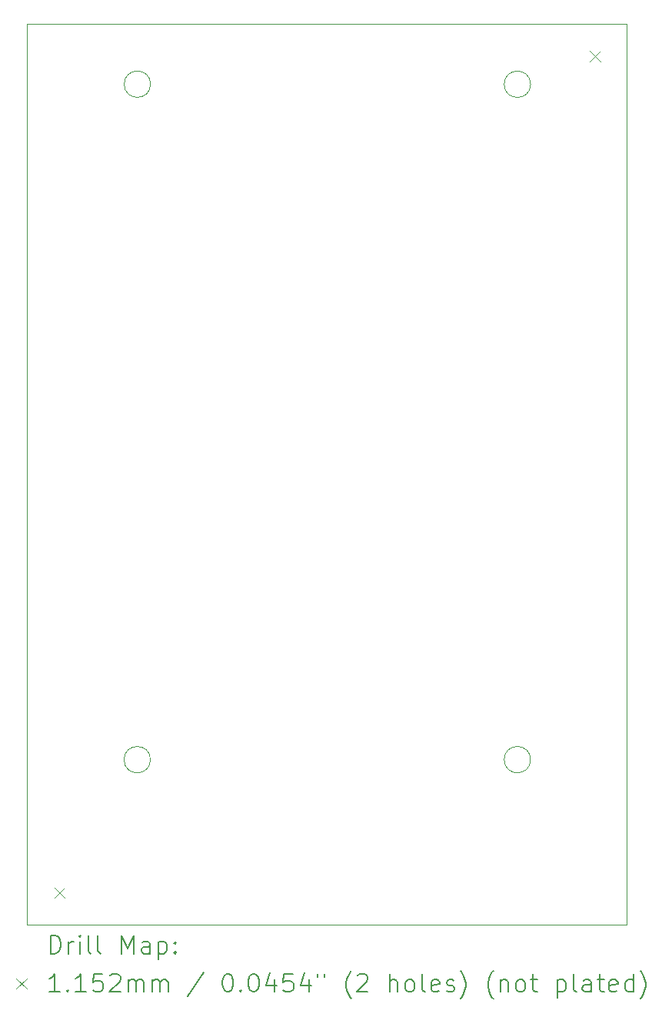
<source format=gbr>
%TF.GenerationSoftware,KiCad,Pcbnew,8.0.4*%
%TF.CreationDate,2024-12-14T22:45:06+01:00*%
%TF.ProjectId,SpicyLightFX3,53706963-794c-4696-9768-744658332e6b,rev?*%
%TF.SameCoordinates,Original*%
%TF.FileFunction,Drillmap*%
%TF.FilePolarity,Positive*%
%FSLAX45Y45*%
G04 Gerber Fmt 4.5, Leading zero omitted, Abs format (unit mm)*
G04 Created by KiCad (PCBNEW 8.0.4) date 2024-12-14 22:45:06*
%MOMM*%
%LPD*%
G01*
G04 APERTURE LIST*
%ADD10C,0.050000*%
%ADD11C,0.200000*%
%ADD12C,0.115200*%
G04 APERTURE END LIST*
D10*
X5842000Y-3048000D02*
X12446000Y-3048000D01*
X12446000Y-12954000D01*
X5842000Y-12954000D01*
X5842000Y-3048000D01*
X11387040Y-11135360D02*
G75*
G02*
X11097040Y-11135360I-145000J0D01*
G01*
X11097040Y-11135360D02*
G75*
G02*
X11387040Y-11135360I145000J0D01*
G01*
X11387040Y-3708400D02*
G75*
G02*
X11097040Y-3708400I-145000J0D01*
G01*
X11097040Y-3708400D02*
G75*
G02*
X11387040Y-3708400I145000J0D01*
G01*
X7202500Y-3707500D02*
G75*
G02*
X6912500Y-3707500I-145000J0D01*
G01*
X6912500Y-3707500D02*
G75*
G02*
X7202500Y-3707500I145000J0D01*
G01*
X7201120Y-11135360D02*
G75*
G02*
X6911120Y-11135360I-145000J0D01*
G01*
X6911120Y-11135360D02*
G75*
G02*
X7201120Y-11135360I145000J0D01*
G01*
D11*
D12*
X6142400Y-12542400D02*
X6257600Y-12657600D01*
X6257600Y-12542400D02*
X6142400Y-12657600D01*
X12042400Y-3342400D02*
X12157600Y-3457600D01*
X12157600Y-3342400D02*
X12042400Y-3457600D01*
D11*
X6100277Y-13267984D02*
X6100277Y-13067984D01*
X6100277Y-13067984D02*
X6147896Y-13067984D01*
X6147896Y-13067984D02*
X6176467Y-13077508D01*
X6176467Y-13077508D02*
X6195515Y-13096555D01*
X6195515Y-13096555D02*
X6205039Y-13115603D01*
X6205039Y-13115603D02*
X6214562Y-13153698D01*
X6214562Y-13153698D02*
X6214562Y-13182269D01*
X6214562Y-13182269D02*
X6205039Y-13220365D01*
X6205039Y-13220365D02*
X6195515Y-13239412D01*
X6195515Y-13239412D02*
X6176467Y-13258460D01*
X6176467Y-13258460D02*
X6147896Y-13267984D01*
X6147896Y-13267984D02*
X6100277Y-13267984D01*
X6300277Y-13267984D02*
X6300277Y-13134650D01*
X6300277Y-13172746D02*
X6309801Y-13153698D01*
X6309801Y-13153698D02*
X6319324Y-13144174D01*
X6319324Y-13144174D02*
X6338372Y-13134650D01*
X6338372Y-13134650D02*
X6357420Y-13134650D01*
X6424086Y-13267984D02*
X6424086Y-13134650D01*
X6424086Y-13067984D02*
X6414562Y-13077508D01*
X6414562Y-13077508D02*
X6424086Y-13087031D01*
X6424086Y-13087031D02*
X6433610Y-13077508D01*
X6433610Y-13077508D02*
X6424086Y-13067984D01*
X6424086Y-13067984D02*
X6424086Y-13087031D01*
X6547896Y-13267984D02*
X6528848Y-13258460D01*
X6528848Y-13258460D02*
X6519324Y-13239412D01*
X6519324Y-13239412D02*
X6519324Y-13067984D01*
X6652658Y-13267984D02*
X6633610Y-13258460D01*
X6633610Y-13258460D02*
X6624086Y-13239412D01*
X6624086Y-13239412D02*
X6624086Y-13067984D01*
X6881229Y-13267984D02*
X6881229Y-13067984D01*
X6881229Y-13067984D02*
X6947896Y-13210841D01*
X6947896Y-13210841D02*
X7014562Y-13067984D01*
X7014562Y-13067984D02*
X7014562Y-13267984D01*
X7195515Y-13267984D02*
X7195515Y-13163222D01*
X7195515Y-13163222D02*
X7185991Y-13144174D01*
X7185991Y-13144174D02*
X7166943Y-13134650D01*
X7166943Y-13134650D02*
X7128848Y-13134650D01*
X7128848Y-13134650D02*
X7109801Y-13144174D01*
X7195515Y-13258460D02*
X7176467Y-13267984D01*
X7176467Y-13267984D02*
X7128848Y-13267984D01*
X7128848Y-13267984D02*
X7109801Y-13258460D01*
X7109801Y-13258460D02*
X7100277Y-13239412D01*
X7100277Y-13239412D02*
X7100277Y-13220365D01*
X7100277Y-13220365D02*
X7109801Y-13201317D01*
X7109801Y-13201317D02*
X7128848Y-13191793D01*
X7128848Y-13191793D02*
X7176467Y-13191793D01*
X7176467Y-13191793D02*
X7195515Y-13182269D01*
X7290753Y-13134650D02*
X7290753Y-13334650D01*
X7290753Y-13144174D02*
X7309801Y-13134650D01*
X7309801Y-13134650D02*
X7347896Y-13134650D01*
X7347896Y-13134650D02*
X7366943Y-13144174D01*
X7366943Y-13144174D02*
X7376467Y-13153698D01*
X7376467Y-13153698D02*
X7385991Y-13172746D01*
X7385991Y-13172746D02*
X7385991Y-13229888D01*
X7385991Y-13229888D02*
X7376467Y-13248936D01*
X7376467Y-13248936D02*
X7366943Y-13258460D01*
X7366943Y-13258460D02*
X7347896Y-13267984D01*
X7347896Y-13267984D02*
X7309801Y-13267984D01*
X7309801Y-13267984D02*
X7290753Y-13258460D01*
X7471705Y-13248936D02*
X7481229Y-13258460D01*
X7481229Y-13258460D02*
X7471705Y-13267984D01*
X7471705Y-13267984D02*
X7462182Y-13258460D01*
X7462182Y-13258460D02*
X7471705Y-13248936D01*
X7471705Y-13248936D02*
X7471705Y-13267984D01*
X7471705Y-13144174D02*
X7481229Y-13153698D01*
X7481229Y-13153698D02*
X7471705Y-13163222D01*
X7471705Y-13163222D02*
X7462182Y-13153698D01*
X7462182Y-13153698D02*
X7471705Y-13144174D01*
X7471705Y-13144174D02*
X7471705Y-13163222D01*
D12*
X5724300Y-13538900D02*
X5839500Y-13654100D01*
X5839500Y-13538900D02*
X5724300Y-13654100D01*
D11*
X6205039Y-13687984D02*
X6090753Y-13687984D01*
X6147896Y-13687984D02*
X6147896Y-13487984D01*
X6147896Y-13487984D02*
X6128848Y-13516555D01*
X6128848Y-13516555D02*
X6109801Y-13535603D01*
X6109801Y-13535603D02*
X6090753Y-13545127D01*
X6290753Y-13668936D02*
X6300277Y-13678460D01*
X6300277Y-13678460D02*
X6290753Y-13687984D01*
X6290753Y-13687984D02*
X6281229Y-13678460D01*
X6281229Y-13678460D02*
X6290753Y-13668936D01*
X6290753Y-13668936D02*
X6290753Y-13687984D01*
X6490753Y-13687984D02*
X6376467Y-13687984D01*
X6433610Y-13687984D02*
X6433610Y-13487984D01*
X6433610Y-13487984D02*
X6414562Y-13516555D01*
X6414562Y-13516555D02*
X6395515Y-13535603D01*
X6395515Y-13535603D02*
X6376467Y-13545127D01*
X6671705Y-13487984D02*
X6576467Y-13487984D01*
X6576467Y-13487984D02*
X6566943Y-13583222D01*
X6566943Y-13583222D02*
X6576467Y-13573698D01*
X6576467Y-13573698D02*
X6595515Y-13564174D01*
X6595515Y-13564174D02*
X6643134Y-13564174D01*
X6643134Y-13564174D02*
X6662182Y-13573698D01*
X6662182Y-13573698D02*
X6671705Y-13583222D01*
X6671705Y-13583222D02*
X6681229Y-13602269D01*
X6681229Y-13602269D02*
X6681229Y-13649888D01*
X6681229Y-13649888D02*
X6671705Y-13668936D01*
X6671705Y-13668936D02*
X6662182Y-13678460D01*
X6662182Y-13678460D02*
X6643134Y-13687984D01*
X6643134Y-13687984D02*
X6595515Y-13687984D01*
X6595515Y-13687984D02*
X6576467Y-13678460D01*
X6576467Y-13678460D02*
X6566943Y-13668936D01*
X6757420Y-13507031D02*
X6766943Y-13497508D01*
X6766943Y-13497508D02*
X6785991Y-13487984D01*
X6785991Y-13487984D02*
X6833610Y-13487984D01*
X6833610Y-13487984D02*
X6852658Y-13497508D01*
X6852658Y-13497508D02*
X6862182Y-13507031D01*
X6862182Y-13507031D02*
X6871705Y-13526079D01*
X6871705Y-13526079D02*
X6871705Y-13545127D01*
X6871705Y-13545127D02*
X6862182Y-13573698D01*
X6862182Y-13573698D02*
X6747896Y-13687984D01*
X6747896Y-13687984D02*
X6871705Y-13687984D01*
X6957420Y-13687984D02*
X6957420Y-13554650D01*
X6957420Y-13573698D02*
X6966943Y-13564174D01*
X6966943Y-13564174D02*
X6985991Y-13554650D01*
X6985991Y-13554650D02*
X7014563Y-13554650D01*
X7014563Y-13554650D02*
X7033610Y-13564174D01*
X7033610Y-13564174D02*
X7043134Y-13583222D01*
X7043134Y-13583222D02*
X7043134Y-13687984D01*
X7043134Y-13583222D02*
X7052658Y-13564174D01*
X7052658Y-13564174D02*
X7071705Y-13554650D01*
X7071705Y-13554650D02*
X7100277Y-13554650D01*
X7100277Y-13554650D02*
X7119324Y-13564174D01*
X7119324Y-13564174D02*
X7128848Y-13583222D01*
X7128848Y-13583222D02*
X7128848Y-13687984D01*
X7224086Y-13687984D02*
X7224086Y-13554650D01*
X7224086Y-13573698D02*
X7233610Y-13564174D01*
X7233610Y-13564174D02*
X7252658Y-13554650D01*
X7252658Y-13554650D02*
X7281229Y-13554650D01*
X7281229Y-13554650D02*
X7300277Y-13564174D01*
X7300277Y-13564174D02*
X7309801Y-13583222D01*
X7309801Y-13583222D02*
X7309801Y-13687984D01*
X7309801Y-13583222D02*
X7319324Y-13564174D01*
X7319324Y-13564174D02*
X7338372Y-13554650D01*
X7338372Y-13554650D02*
X7366943Y-13554650D01*
X7366943Y-13554650D02*
X7385991Y-13564174D01*
X7385991Y-13564174D02*
X7395515Y-13583222D01*
X7395515Y-13583222D02*
X7395515Y-13687984D01*
X7785991Y-13478460D02*
X7614563Y-13735603D01*
X8043134Y-13487984D02*
X8062182Y-13487984D01*
X8062182Y-13487984D02*
X8081229Y-13497508D01*
X8081229Y-13497508D02*
X8090753Y-13507031D01*
X8090753Y-13507031D02*
X8100277Y-13526079D01*
X8100277Y-13526079D02*
X8109801Y-13564174D01*
X8109801Y-13564174D02*
X8109801Y-13611793D01*
X8109801Y-13611793D02*
X8100277Y-13649888D01*
X8100277Y-13649888D02*
X8090753Y-13668936D01*
X8090753Y-13668936D02*
X8081229Y-13678460D01*
X8081229Y-13678460D02*
X8062182Y-13687984D01*
X8062182Y-13687984D02*
X8043134Y-13687984D01*
X8043134Y-13687984D02*
X8024086Y-13678460D01*
X8024086Y-13678460D02*
X8014563Y-13668936D01*
X8014563Y-13668936D02*
X8005039Y-13649888D01*
X8005039Y-13649888D02*
X7995515Y-13611793D01*
X7995515Y-13611793D02*
X7995515Y-13564174D01*
X7995515Y-13564174D02*
X8005039Y-13526079D01*
X8005039Y-13526079D02*
X8014563Y-13507031D01*
X8014563Y-13507031D02*
X8024086Y-13497508D01*
X8024086Y-13497508D02*
X8043134Y-13487984D01*
X8195515Y-13668936D02*
X8205039Y-13678460D01*
X8205039Y-13678460D02*
X8195515Y-13687984D01*
X8195515Y-13687984D02*
X8185991Y-13678460D01*
X8185991Y-13678460D02*
X8195515Y-13668936D01*
X8195515Y-13668936D02*
X8195515Y-13687984D01*
X8328848Y-13487984D02*
X8347896Y-13487984D01*
X8347896Y-13487984D02*
X8366944Y-13497508D01*
X8366944Y-13497508D02*
X8376467Y-13507031D01*
X8376467Y-13507031D02*
X8385991Y-13526079D01*
X8385991Y-13526079D02*
X8395515Y-13564174D01*
X8395515Y-13564174D02*
X8395515Y-13611793D01*
X8395515Y-13611793D02*
X8385991Y-13649888D01*
X8385991Y-13649888D02*
X8376467Y-13668936D01*
X8376467Y-13668936D02*
X8366944Y-13678460D01*
X8366944Y-13678460D02*
X8347896Y-13687984D01*
X8347896Y-13687984D02*
X8328848Y-13687984D01*
X8328848Y-13687984D02*
X8309801Y-13678460D01*
X8309801Y-13678460D02*
X8300277Y-13668936D01*
X8300277Y-13668936D02*
X8290753Y-13649888D01*
X8290753Y-13649888D02*
X8281229Y-13611793D01*
X8281229Y-13611793D02*
X8281229Y-13564174D01*
X8281229Y-13564174D02*
X8290753Y-13526079D01*
X8290753Y-13526079D02*
X8300277Y-13507031D01*
X8300277Y-13507031D02*
X8309801Y-13497508D01*
X8309801Y-13497508D02*
X8328848Y-13487984D01*
X8566944Y-13554650D02*
X8566944Y-13687984D01*
X8519325Y-13478460D02*
X8471706Y-13621317D01*
X8471706Y-13621317D02*
X8595515Y-13621317D01*
X8766944Y-13487984D02*
X8671706Y-13487984D01*
X8671706Y-13487984D02*
X8662182Y-13583222D01*
X8662182Y-13583222D02*
X8671706Y-13573698D01*
X8671706Y-13573698D02*
X8690753Y-13564174D01*
X8690753Y-13564174D02*
X8738372Y-13564174D01*
X8738372Y-13564174D02*
X8757420Y-13573698D01*
X8757420Y-13573698D02*
X8766944Y-13583222D01*
X8766944Y-13583222D02*
X8776468Y-13602269D01*
X8776468Y-13602269D02*
X8776468Y-13649888D01*
X8776468Y-13649888D02*
X8766944Y-13668936D01*
X8766944Y-13668936D02*
X8757420Y-13678460D01*
X8757420Y-13678460D02*
X8738372Y-13687984D01*
X8738372Y-13687984D02*
X8690753Y-13687984D01*
X8690753Y-13687984D02*
X8671706Y-13678460D01*
X8671706Y-13678460D02*
X8662182Y-13668936D01*
X8947896Y-13554650D02*
X8947896Y-13687984D01*
X8900277Y-13478460D02*
X8852658Y-13621317D01*
X8852658Y-13621317D02*
X8976468Y-13621317D01*
X9043134Y-13487984D02*
X9043134Y-13526079D01*
X9119325Y-13487984D02*
X9119325Y-13526079D01*
X9414563Y-13764174D02*
X9405039Y-13754650D01*
X9405039Y-13754650D02*
X9385991Y-13726079D01*
X9385991Y-13726079D02*
X9376468Y-13707031D01*
X9376468Y-13707031D02*
X9366944Y-13678460D01*
X9366944Y-13678460D02*
X9357420Y-13630841D01*
X9357420Y-13630841D02*
X9357420Y-13592746D01*
X9357420Y-13592746D02*
X9366944Y-13545127D01*
X9366944Y-13545127D02*
X9376468Y-13516555D01*
X9376468Y-13516555D02*
X9385991Y-13497508D01*
X9385991Y-13497508D02*
X9405039Y-13468936D01*
X9405039Y-13468936D02*
X9414563Y-13459412D01*
X9481230Y-13507031D02*
X9490753Y-13497508D01*
X9490753Y-13497508D02*
X9509801Y-13487984D01*
X9509801Y-13487984D02*
X9557420Y-13487984D01*
X9557420Y-13487984D02*
X9576468Y-13497508D01*
X9576468Y-13497508D02*
X9585991Y-13507031D01*
X9585991Y-13507031D02*
X9595515Y-13526079D01*
X9595515Y-13526079D02*
X9595515Y-13545127D01*
X9595515Y-13545127D02*
X9585991Y-13573698D01*
X9585991Y-13573698D02*
X9471706Y-13687984D01*
X9471706Y-13687984D02*
X9595515Y-13687984D01*
X9833611Y-13687984D02*
X9833611Y-13487984D01*
X9919325Y-13687984D02*
X9919325Y-13583222D01*
X9919325Y-13583222D02*
X9909801Y-13564174D01*
X9909801Y-13564174D02*
X9890753Y-13554650D01*
X9890753Y-13554650D02*
X9862182Y-13554650D01*
X9862182Y-13554650D02*
X9843134Y-13564174D01*
X9843134Y-13564174D02*
X9833611Y-13573698D01*
X10043134Y-13687984D02*
X10024087Y-13678460D01*
X10024087Y-13678460D02*
X10014563Y-13668936D01*
X10014563Y-13668936D02*
X10005039Y-13649888D01*
X10005039Y-13649888D02*
X10005039Y-13592746D01*
X10005039Y-13592746D02*
X10014563Y-13573698D01*
X10014563Y-13573698D02*
X10024087Y-13564174D01*
X10024087Y-13564174D02*
X10043134Y-13554650D01*
X10043134Y-13554650D02*
X10071706Y-13554650D01*
X10071706Y-13554650D02*
X10090753Y-13564174D01*
X10090753Y-13564174D02*
X10100277Y-13573698D01*
X10100277Y-13573698D02*
X10109801Y-13592746D01*
X10109801Y-13592746D02*
X10109801Y-13649888D01*
X10109801Y-13649888D02*
X10100277Y-13668936D01*
X10100277Y-13668936D02*
X10090753Y-13678460D01*
X10090753Y-13678460D02*
X10071706Y-13687984D01*
X10071706Y-13687984D02*
X10043134Y-13687984D01*
X10224087Y-13687984D02*
X10205039Y-13678460D01*
X10205039Y-13678460D02*
X10195515Y-13659412D01*
X10195515Y-13659412D02*
X10195515Y-13487984D01*
X10376468Y-13678460D02*
X10357420Y-13687984D01*
X10357420Y-13687984D02*
X10319325Y-13687984D01*
X10319325Y-13687984D02*
X10300277Y-13678460D01*
X10300277Y-13678460D02*
X10290753Y-13659412D01*
X10290753Y-13659412D02*
X10290753Y-13583222D01*
X10290753Y-13583222D02*
X10300277Y-13564174D01*
X10300277Y-13564174D02*
X10319325Y-13554650D01*
X10319325Y-13554650D02*
X10357420Y-13554650D01*
X10357420Y-13554650D02*
X10376468Y-13564174D01*
X10376468Y-13564174D02*
X10385992Y-13583222D01*
X10385992Y-13583222D02*
X10385992Y-13602269D01*
X10385992Y-13602269D02*
X10290753Y-13621317D01*
X10462182Y-13678460D02*
X10481230Y-13687984D01*
X10481230Y-13687984D02*
X10519325Y-13687984D01*
X10519325Y-13687984D02*
X10538373Y-13678460D01*
X10538373Y-13678460D02*
X10547896Y-13659412D01*
X10547896Y-13659412D02*
X10547896Y-13649888D01*
X10547896Y-13649888D02*
X10538373Y-13630841D01*
X10538373Y-13630841D02*
X10519325Y-13621317D01*
X10519325Y-13621317D02*
X10490753Y-13621317D01*
X10490753Y-13621317D02*
X10471706Y-13611793D01*
X10471706Y-13611793D02*
X10462182Y-13592746D01*
X10462182Y-13592746D02*
X10462182Y-13583222D01*
X10462182Y-13583222D02*
X10471706Y-13564174D01*
X10471706Y-13564174D02*
X10490753Y-13554650D01*
X10490753Y-13554650D02*
X10519325Y-13554650D01*
X10519325Y-13554650D02*
X10538373Y-13564174D01*
X10614563Y-13764174D02*
X10624087Y-13754650D01*
X10624087Y-13754650D02*
X10643134Y-13726079D01*
X10643134Y-13726079D02*
X10652658Y-13707031D01*
X10652658Y-13707031D02*
X10662182Y-13678460D01*
X10662182Y-13678460D02*
X10671706Y-13630841D01*
X10671706Y-13630841D02*
X10671706Y-13592746D01*
X10671706Y-13592746D02*
X10662182Y-13545127D01*
X10662182Y-13545127D02*
X10652658Y-13516555D01*
X10652658Y-13516555D02*
X10643134Y-13497508D01*
X10643134Y-13497508D02*
X10624087Y-13468936D01*
X10624087Y-13468936D02*
X10614563Y-13459412D01*
X10976468Y-13764174D02*
X10966944Y-13754650D01*
X10966944Y-13754650D02*
X10947896Y-13726079D01*
X10947896Y-13726079D02*
X10938373Y-13707031D01*
X10938373Y-13707031D02*
X10928849Y-13678460D01*
X10928849Y-13678460D02*
X10919325Y-13630841D01*
X10919325Y-13630841D02*
X10919325Y-13592746D01*
X10919325Y-13592746D02*
X10928849Y-13545127D01*
X10928849Y-13545127D02*
X10938373Y-13516555D01*
X10938373Y-13516555D02*
X10947896Y-13497508D01*
X10947896Y-13497508D02*
X10966944Y-13468936D01*
X10966944Y-13468936D02*
X10976468Y-13459412D01*
X11052658Y-13554650D02*
X11052658Y-13687984D01*
X11052658Y-13573698D02*
X11062182Y-13564174D01*
X11062182Y-13564174D02*
X11081230Y-13554650D01*
X11081230Y-13554650D02*
X11109801Y-13554650D01*
X11109801Y-13554650D02*
X11128849Y-13564174D01*
X11128849Y-13564174D02*
X11138373Y-13583222D01*
X11138373Y-13583222D02*
X11138373Y-13687984D01*
X11262182Y-13687984D02*
X11243134Y-13678460D01*
X11243134Y-13678460D02*
X11233611Y-13668936D01*
X11233611Y-13668936D02*
X11224087Y-13649888D01*
X11224087Y-13649888D02*
X11224087Y-13592746D01*
X11224087Y-13592746D02*
X11233611Y-13573698D01*
X11233611Y-13573698D02*
X11243134Y-13564174D01*
X11243134Y-13564174D02*
X11262182Y-13554650D01*
X11262182Y-13554650D02*
X11290753Y-13554650D01*
X11290753Y-13554650D02*
X11309801Y-13564174D01*
X11309801Y-13564174D02*
X11319325Y-13573698D01*
X11319325Y-13573698D02*
X11328849Y-13592746D01*
X11328849Y-13592746D02*
X11328849Y-13649888D01*
X11328849Y-13649888D02*
X11319325Y-13668936D01*
X11319325Y-13668936D02*
X11309801Y-13678460D01*
X11309801Y-13678460D02*
X11290753Y-13687984D01*
X11290753Y-13687984D02*
X11262182Y-13687984D01*
X11385992Y-13554650D02*
X11462182Y-13554650D01*
X11414563Y-13487984D02*
X11414563Y-13659412D01*
X11414563Y-13659412D02*
X11424087Y-13678460D01*
X11424087Y-13678460D02*
X11443134Y-13687984D01*
X11443134Y-13687984D02*
X11462182Y-13687984D01*
X11681230Y-13554650D02*
X11681230Y-13754650D01*
X11681230Y-13564174D02*
X11700277Y-13554650D01*
X11700277Y-13554650D02*
X11738373Y-13554650D01*
X11738373Y-13554650D02*
X11757420Y-13564174D01*
X11757420Y-13564174D02*
X11766944Y-13573698D01*
X11766944Y-13573698D02*
X11776468Y-13592746D01*
X11776468Y-13592746D02*
X11776468Y-13649888D01*
X11776468Y-13649888D02*
X11766944Y-13668936D01*
X11766944Y-13668936D02*
X11757420Y-13678460D01*
X11757420Y-13678460D02*
X11738373Y-13687984D01*
X11738373Y-13687984D02*
X11700277Y-13687984D01*
X11700277Y-13687984D02*
X11681230Y-13678460D01*
X11890753Y-13687984D02*
X11871706Y-13678460D01*
X11871706Y-13678460D02*
X11862182Y-13659412D01*
X11862182Y-13659412D02*
X11862182Y-13487984D01*
X12052658Y-13687984D02*
X12052658Y-13583222D01*
X12052658Y-13583222D02*
X12043134Y-13564174D01*
X12043134Y-13564174D02*
X12024087Y-13554650D01*
X12024087Y-13554650D02*
X11985992Y-13554650D01*
X11985992Y-13554650D02*
X11966944Y-13564174D01*
X12052658Y-13678460D02*
X12033611Y-13687984D01*
X12033611Y-13687984D02*
X11985992Y-13687984D01*
X11985992Y-13687984D02*
X11966944Y-13678460D01*
X11966944Y-13678460D02*
X11957420Y-13659412D01*
X11957420Y-13659412D02*
X11957420Y-13640365D01*
X11957420Y-13640365D02*
X11966944Y-13621317D01*
X11966944Y-13621317D02*
X11985992Y-13611793D01*
X11985992Y-13611793D02*
X12033611Y-13611793D01*
X12033611Y-13611793D02*
X12052658Y-13602269D01*
X12119325Y-13554650D02*
X12195515Y-13554650D01*
X12147896Y-13487984D02*
X12147896Y-13659412D01*
X12147896Y-13659412D02*
X12157420Y-13678460D01*
X12157420Y-13678460D02*
X12176468Y-13687984D01*
X12176468Y-13687984D02*
X12195515Y-13687984D01*
X12338373Y-13678460D02*
X12319325Y-13687984D01*
X12319325Y-13687984D02*
X12281230Y-13687984D01*
X12281230Y-13687984D02*
X12262182Y-13678460D01*
X12262182Y-13678460D02*
X12252658Y-13659412D01*
X12252658Y-13659412D02*
X12252658Y-13583222D01*
X12252658Y-13583222D02*
X12262182Y-13564174D01*
X12262182Y-13564174D02*
X12281230Y-13554650D01*
X12281230Y-13554650D02*
X12319325Y-13554650D01*
X12319325Y-13554650D02*
X12338373Y-13564174D01*
X12338373Y-13564174D02*
X12347896Y-13583222D01*
X12347896Y-13583222D02*
X12347896Y-13602269D01*
X12347896Y-13602269D02*
X12252658Y-13621317D01*
X12519325Y-13687984D02*
X12519325Y-13487984D01*
X12519325Y-13678460D02*
X12500277Y-13687984D01*
X12500277Y-13687984D02*
X12462182Y-13687984D01*
X12462182Y-13687984D02*
X12443134Y-13678460D01*
X12443134Y-13678460D02*
X12433611Y-13668936D01*
X12433611Y-13668936D02*
X12424087Y-13649888D01*
X12424087Y-13649888D02*
X12424087Y-13592746D01*
X12424087Y-13592746D02*
X12433611Y-13573698D01*
X12433611Y-13573698D02*
X12443134Y-13564174D01*
X12443134Y-13564174D02*
X12462182Y-13554650D01*
X12462182Y-13554650D02*
X12500277Y-13554650D01*
X12500277Y-13554650D02*
X12519325Y-13564174D01*
X12595515Y-13764174D02*
X12605039Y-13754650D01*
X12605039Y-13754650D02*
X12624087Y-13726079D01*
X12624087Y-13726079D02*
X12633611Y-13707031D01*
X12633611Y-13707031D02*
X12643134Y-13678460D01*
X12643134Y-13678460D02*
X12652658Y-13630841D01*
X12652658Y-13630841D02*
X12652658Y-13592746D01*
X12652658Y-13592746D02*
X12643134Y-13545127D01*
X12643134Y-13545127D02*
X12633611Y-13516555D01*
X12633611Y-13516555D02*
X12624087Y-13497508D01*
X12624087Y-13497508D02*
X12605039Y-13468936D01*
X12605039Y-13468936D02*
X12595515Y-13459412D01*
M02*

</source>
